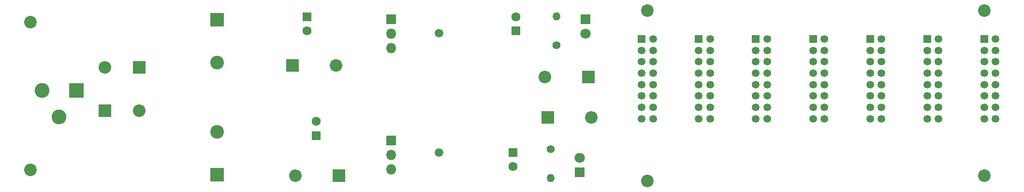
<source format=gbr>
G04 #@! TF.FileFunction,Soldermask,Bot*
%FSLAX46Y46*%
G04 Gerber Fmt 4.6, Leading zero omitted, Abs format (unit mm)*
G04 Created by KiCad (PCBNEW 4.0.7-e2-6376~61~ubuntu18.04.1) date Mon Jul 23 21:43:28 2018*
%MOMM*%
%LPD*%
G01*
G04 APERTURE LIST*
%ADD10C,0.100000*%
%ADD11C,1.500000*%
%ADD12C,2.200000*%
%ADD13R,2.400000X2.400000*%
%ADD14C,2.400000*%
%ADD15R,1.600000X1.600000*%
%ADD16C,1.600000*%
%ADD17R,2.200000X2.200000*%
%ADD18O,2.200000X2.200000*%
%ADD19R,2.600000X2.600000*%
%ADD20C,2.600000*%
%ADD21R,1.350000X1.350000*%
%ADD22C,1.350000*%
%ADD23R,1.800000X1.800000*%
%ADD24C,1.800000*%
%ADD25C,1.400000*%
%ADD26O,1.400000X1.400000*%
%ADD27O,1.800000X1.800000*%
G04 APERTURE END LIST*
D10*
D11*
X108500000Y-90000000D03*
D12*
X145000000Y-95000000D03*
X145000000Y-95000000D03*
X204000000Y-94000000D03*
X204000000Y-65000000D03*
X145000000Y-65000000D03*
X37000000Y-67000000D03*
X37000000Y-93000000D03*
D13*
X69628000Y-66636000D03*
D14*
X69628000Y-74136000D03*
D13*
X69628000Y-93828000D03*
D14*
X69628000Y-86328000D03*
D15*
X85376000Y-66048000D03*
D16*
X85376000Y-68548000D03*
D15*
X87000000Y-87000000D03*
D16*
X87000000Y-84500000D03*
D15*
X121952000Y-68548000D03*
D16*
X121952000Y-66048000D03*
D15*
X121444000Y-89924000D03*
D16*
X121444000Y-92424000D03*
D17*
X50000000Y-82620000D03*
D18*
X50000000Y-75000000D03*
D17*
X56000000Y-75000000D03*
D18*
X56000000Y-82620000D03*
D17*
X82836000Y-74644000D03*
D18*
X90456000Y-74644000D03*
D17*
X91000000Y-94000000D03*
D18*
X83380000Y-94000000D03*
D17*
X134652000Y-76676000D03*
D18*
X127032000Y-76676000D03*
D17*
X127540000Y-83788000D03*
D18*
X135160000Y-83788000D03*
D19*
X45000000Y-79000000D03*
D20*
X39000000Y-79000000D03*
X42000000Y-83700000D03*
D21*
X144000000Y-70000000D03*
D22*
X146000000Y-70000000D03*
X144000000Y-72000000D03*
X146000000Y-72000000D03*
X144000000Y-74000000D03*
X146000000Y-74000000D03*
X144000000Y-76000000D03*
X146000000Y-76000000D03*
X144000000Y-78000000D03*
X146000000Y-78000000D03*
X144000000Y-80000000D03*
X146000000Y-80000000D03*
X144000000Y-82000000D03*
X146000000Y-82000000D03*
X144000000Y-84000000D03*
X146000000Y-84000000D03*
D21*
X154000000Y-70000000D03*
D22*
X156000000Y-70000000D03*
X154000000Y-72000000D03*
X156000000Y-72000000D03*
X154000000Y-74000000D03*
X156000000Y-74000000D03*
X154000000Y-76000000D03*
X156000000Y-76000000D03*
X154000000Y-78000000D03*
X156000000Y-78000000D03*
X154000000Y-80000000D03*
X156000000Y-80000000D03*
X154000000Y-82000000D03*
X156000000Y-82000000D03*
X154000000Y-84000000D03*
X156000000Y-84000000D03*
D21*
X164000000Y-70000000D03*
D22*
X166000000Y-70000000D03*
X164000000Y-72000000D03*
X166000000Y-72000000D03*
X164000000Y-74000000D03*
X166000000Y-74000000D03*
X164000000Y-76000000D03*
X166000000Y-76000000D03*
X164000000Y-78000000D03*
X166000000Y-78000000D03*
X164000000Y-80000000D03*
X166000000Y-80000000D03*
X164000000Y-82000000D03*
X166000000Y-82000000D03*
X164000000Y-84000000D03*
X166000000Y-84000000D03*
D21*
X174000000Y-70000000D03*
D22*
X176000000Y-70000000D03*
X174000000Y-72000000D03*
X176000000Y-72000000D03*
X174000000Y-74000000D03*
X176000000Y-74000000D03*
X174000000Y-76000000D03*
X176000000Y-76000000D03*
X174000000Y-78000000D03*
X176000000Y-78000000D03*
X174000000Y-80000000D03*
X176000000Y-80000000D03*
X174000000Y-82000000D03*
X176000000Y-82000000D03*
X174000000Y-84000000D03*
X176000000Y-84000000D03*
D21*
X184000000Y-70000000D03*
D22*
X186000000Y-70000000D03*
X184000000Y-72000000D03*
X186000000Y-72000000D03*
X184000000Y-74000000D03*
X186000000Y-74000000D03*
X184000000Y-76000000D03*
X186000000Y-76000000D03*
X184000000Y-78000000D03*
X186000000Y-78000000D03*
X184000000Y-80000000D03*
X186000000Y-80000000D03*
X184000000Y-82000000D03*
X186000000Y-82000000D03*
X184000000Y-84000000D03*
X186000000Y-84000000D03*
D21*
X194000000Y-70000000D03*
D22*
X196000000Y-70000000D03*
X194000000Y-72000000D03*
X196000000Y-72000000D03*
X194000000Y-74000000D03*
X196000000Y-74000000D03*
X194000000Y-76000000D03*
X196000000Y-76000000D03*
X194000000Y-78000000D03*
X196000000Y-78000000D03*
X194000000Y-80000000D03*
X196000000Y-80000000D03*
X194000000Y-82000000D03*
X196000000Y-82000000D03*
X194000000Y-84000000D03*
X196000000Y-84000000D03*
D21*
X204000000Y-70000000D03*
D22*
X206000000Y-70000000D03*
X204000000Y-72000000D03*
X206000000Y-72000000D03*
X204000000Y-74000000D03*
X206000000Y-74000000D03*
X204000000Y-76000000D03*
X206000000Y-76000000D03*
X204000000Y-78000000D03*
X206000000Y-78000000D03*
X204000000Y-80000000D03*
X206000000Y-80000000D03*
X204000000Y-82000000D03*
X206000000Y-82000000D03*
X204000000Y-84000000D03*
X206000000Y-84000000D03*
D23*
X133128000Y-93440000D03*
D24*
X133128000Y-90900000D03*
D23*
X134144000Y-66516000D03*
D24*
X134144000Y-69056000D03*
D25*
X129064000Y-71088000D03*
D26*
X129064000Y-66008000D03*
D25*
X128048000Y-89376000D03*
D26*
X128048000Y-94456000D03*
D23*
X100108000Y-66516000D03*
D27*
X100108000Y-69056000D03*
X100108000Y-71596000D03*
D23*
X100108000Y-87852000D03*
D27*
X100108000Y-90392000D03*
X100108000Y-92932000D03*
D11*
X108500000Y-69000000D03*
M02*

</source>
